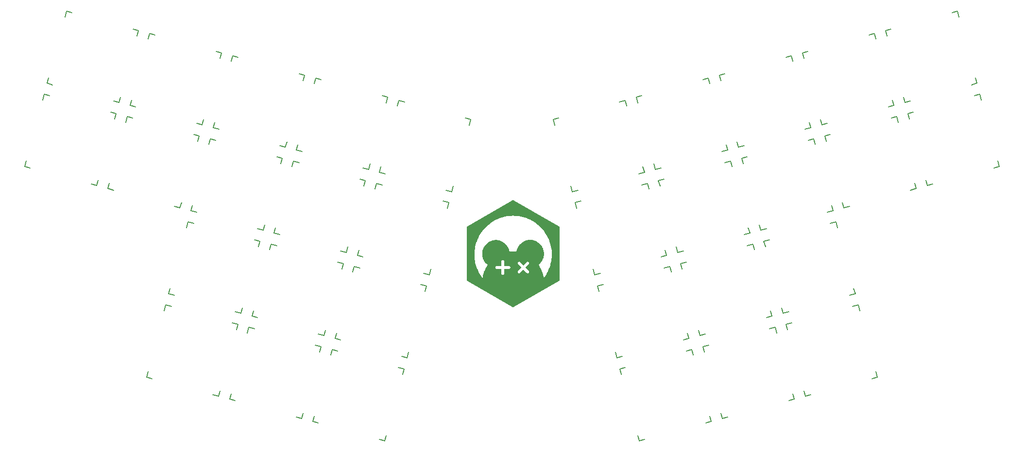
<source format=gbr>
%TF.GenerationSoftware,KiCad,Pcbnew,7.0.8*%
%TF.CreationDate,2024-02-21T20:33:01-06:00*%
%TF.ProjectId,rattlemebones32,72617474-6c65-46d6-9562-6f6e65733332,rev?*%
%TF.SameCoordinates,Original*%
%TF.FileFunction,Legend,Top*%
%TF.FilePolarity,Positive*%
%FSLAX46Y46*%
G04 Gerber Fmt 4.6, Leading zero omitted, Abs format (unit mm)*
G04 Created by KiCad (PCBNEW 7.0.8) date 2024-02-21 20:33:01*
%MOMM*%
%LPD*%
G01*
G04 APERTURE LIST*
%ADD10C,0.000000*%
%ADD11C,0.140000*%
G04 APERTURE END LIST*
D10*
G36*
X133602861Y-87321806D02*
G01*
X133602865Y-96678192D01*
X125499996Y-101356380D01*
X117397139Y-96678194D01*
X117397138Y-92145254D01*
X118758321Y-92145254D01*
X118764476Y-92435739D01*
X118782776Y-92723098D01*
X118812973Y-93007083D01*
X118854816Y-93287443D01*
X118908058Y-93563931D01*
X118972449Y-93836298D01*
X119047740Y-94104294D01*
X119133683Y-94367671D01*
X119230029Y-94626179D01*
X119336529Y-94879571D01*
X119452933Y-95127597D01*
X119578994Y-95370008D01*
X119714462Y-95606555D01*
X119859088Y-95836990D01*
X120012624Y-96061063D01*
X120174820Y-96278526D01*
X120197753Y-96119669D01*
X120225293Y-95962341D01*
X120257368Y-95806615D01*
X120293908Y-95652562D01*
X120334840Y-95500252D01*
X120380095Y-95349756D01*
X120429601Y-95201146D01*
X120483288Y-95054493D01*
X120541083Y-94909867D01*
X120602917Y-94767340D01*
X120668717Y-94626983D01*
X120738413Y-94488867D01*
X120767013Y-94436039D01*
X122406482Y-94436039D01*
X122406796Y-94448774D01*
X122407729Y-94461348D01*
X122409266Y-94473745D01*
X122411391Y-94485950D01*
X122414091Y-94497949D01*
X122417350Y-94509727D01*
X122421153Y-94521269D01*
X122425487Y-94532561D01*
X122430335Y-94543587D01*
X122435683Y-94554332D01*
X122441516Y-94564782D01*
X122447820Y-94574923D01*
X122454579Y-94584738D01*
X122461780Y-94594214D01*
X122469406Y-94603336D01*
X122477443Y-94612088D01*
X122485877Y-94620456D01*
X122494693Y-94628426D01*
X122503875Y-94635981D01*
X122513409Y-94643109D01*
X122523280Y-94649792D01*
X122533473Y-94656018D01*
X122543974Y-94661771D01*
X122554768Y-94667036D01*
X122565840Y-94671799D01*
X122577174Y-94676044D01*
X122588757Y-94679757D01*
X122600573Y-94682923D01*
X122612608Y-94685527D01*
X122624846Y-94687554D01*
X122637274Y-94688990D01*
X122649876Y-94689820D01*
X122649876Y-94690059D01*
X123456048Y-94690059D01*
X123456048Y-95496231D01*
X123456287Y-95496231D01*
X123457117Y-95508833D01*
X123458553Y-95521261D01*
X123460580Y-95533500D01*
X123463184Y-95545534D01*
X123466350Y-95557351D01*
X123470063Y-95568934D01*
X123474308Y-95580268D01*
X123479071Y-95591340D01*
X123484336Y-95602133D01*
X123490089Y-95612634D01*
X123496314Y-95622828D01*
X123502998Y-95632699D01*
X123510126Y-95642233D01*
X123517681Y-95651415D01*
X123525651Y-95660231D01*
X123534019Y-95668664D01*
X123542771Y-95676702D01*
X123551893Y-95684328D01*
X123561369Y-95691528D01*
X123571185Y-95698288D01*
X123581325Y-95704592D01*
X123591775Y-95710425D01*
X123602521Y-95715773D01*
X123613547Y-95720621D01*
X123624838Y-95724954D01*
X123636380Y-95728758D01*
X123648158Y-95732017D01*
X123660158Y-95734716D01*
X123672363Y-95736842D01*
X123684760Y-95738378D01*
X123697333Y-95739311D01*
X123710069Y-95739625D01*
X123722804Y-95739311D01*
X123735378Y-95738378D01*
X123747775Y-95736842D01*
X123759980Y-95734716D01*
X123771979Y-95732017D01*
X123783757Y-95728758D01*
X123795300Y-95724954D01*
X123806591Y-95720621D01*
X123817617Y-95715773D01*
X123828362Y-95710425D01*
X123838813Y-95704592D01*
X123848953Y-95698288D01*
X123858769Y-95691528D01*
X123868245Y-95684328D01*
X123877366Y-95676702D01*
X123886118Y-95668664D01*
X123894487Y-95660231D01*
X123902456Y-95651415D01*
X123910012Y-95642233D01*
X123917139Y-95632699D01*
X123923823Y-95622828D01*
X123930049Y-95612634D01*
X123935801Y-95602133D01*
X123941067Y-95591340D01*
X123945829Y-95580268D01*
X123950074Y-95568934D01*
X123953787Y-95557351D01*
X123956953Y-95545534D01*
X123959557Y-95533500D01*
X123961585Y-95521261D01*
X123963021Y-95508833D01*
X123963851Y-95496231D01*
X123964089Y-95496231D01*
X123964089Y-95183151D01*
X126293812Y-95183151D01*
X126294318Y-95195024D01*
X126295375Y-95206866D01*
X126296984Y-95218658D01*
X126299145Y-95230378D01*
X126301858Y-95242006D01*
X126305122Y-95253520D01*
X126308938Y-95264900D01*
X126313307Y-95276125D01*
X126318227Y-95287173D01*
X126323699Y-95298024D01*
X126329722Y-95308656D01*
X126336298Y-95319050D01*
X126343425Y-95329183D01*
X126351104Y-95339036D01*
X126359335Y-95348586D01*
X126368118Y-95357814D01*
X126377346Y-95366597D01*
X126386896Y-95374828D01*
X126396749Y-95382507D01*
X126406882Y-95389635D01*
X126417276Y-95396211D01*
X126427908Y-95402235D01*
X126438759Y-95407707D01*
X126449808Y-95412627D01*
X126461032Y-95416995D01*
X126472412Y-95420812D01*
X126483926Y-95424076D01*
X126495554Y-95426789D01*
X126507274Y-95428950D01*
X126519066Y-95430559D01*
X126530909Y-95431617D01*
X126542781Y-95432122D01*
X126554662Y-95432075D01*
X126566530Y-95431477D01*
X126578366Y-95430327D01*
X126590147Y-95428625D01*
X126601853Y-95426371D01*
X126613463Y-95423566D01*
X126624957Y-95420208D01*
X126636312Y-95416299D01*
X126647508Y-95411837D01*
X126658525Y-95406824D01*
X126669341Y-95401259D01*
X126679935Y-95395142D01*
X126690286Y-95388474D01*
X126700374Y-95381253D01*
X126710177Y-95373481D01*
X126719675Y-95365156D01*
X126719715Y-95365196D01*
X126719754Y-95365236D01*
X126719794Y-95365275D01*
X126719833Y-95365314D01*
X127289884Y-94795263D01*
X127852435Y-95357817D01*
X127859936Y-95365316D01*
X127859975Y-95365276D01*
X127860015Y-95365237D01*
X127860095Y-95365159D01*
X127869592Y-95373482D01*
X127879396Y-95381254D01*
X127889483Y-95388475D01*
X127899835Y-95395143D01*
X127910429Y-95401260D01*
X127921245Y-95406824D01*
X127932261Y-95411837D01*
X127943458Y-95416298D01*
X127954813Y-95420207D01*
X127966306Y-95423565D01*
X127977916Y-95426370D01*
X127989622Y-95428624D01*
X128001404Y-95430326D01*
X128013239Y-95431476D01*
X128025108Y-95432074D01*
X128036988Y-95432121D01*
X128048860Y-95431616D01*
X128060703Y-95430558D01*
X128072495Y-95428949D01*
X128084215Y-95426789D01*
X128095843Y-95424076D01*
X128107357Y-95420811D01*
X128118737Y-95416995D01*
X128129961Y-95412627D01*
X128141009Y-95407707D01*
X128151860Y-95402235D01*
X128162493Y-95396212D01*
X128172887Y-95389637D01*
X128183020Y-95382509D01*
X128192873Y-95374830D01*
X128202423Y-95366600D01*
X128211650Y-95357817D01*
X128220433Y-95348589D01*
X128228665Y-95339039D01*
X128236344Y-95329186D01*
X128243472Y-95319052D01*
X128250047Y-95308658D01*
X128256071Y-95298026D01*
X128261543Y-95287174D01*
X128266464Y-95276126D01*
X128270832Y-95264901D01*
X128274648Y-95253521D01*
X128277913Y-95242007D01*
X128280626Y-95230379D01*
X128282787Y-95218659D01*
X128284396Y-95206867D01*
X128285453Y-95195024D01*
X128285959Y-95183152D01*
X128285912Y-95171271D01*
X128285314Y-95159403D01*
X128284164Y-95147567D01*
X128282462Y-95135786D01*
X128280208Y-95124080D01*
X128277402Y-95112469D01*
X128274045Y-95100976D01*
X128270135Y-95089621D01*
X128265674Y-95078425D01*
X128260661Y-95067408D01*
X128255096Y-95056592D01*
X128248979Y-95045998D01*
X128242310Y-95035647D01*
X128235090Y-95025559D01*
X128227317Y-95015756D01*
X128218993Y-95006258D01*
X128219033Y-95006218D01*
X128219073Y-95006179D01*
X128219113Y-95006140D01*
X128219153Y-95006101D01*
X128211650Y-94998600D01*
X127649100Y-94436049D01*
X128211650Y-93873498D01*
X128219152Y-93865996D01*
X128219072Y-93865917D01*
X128219033Y-93865878D01*
X128218993Y-93865839D01*
X128227317Y-93856342D01*
X128235089Y-93846538D01*
X128242309Y-93836450D01*
X128248978Y-93826099D01*
X128255094Y-93815504D01*
X128260659Y-93804688D01*
X128265672Y-93793672D01*
X128270133Y-93782475D01*
X128274042Y-93771120D01*
X128277399Y-93759626D01*
X128280205Y-93748016D01*
X128282459Y-93736310D01*
X128284161Y-93724528D01*
X128285311Y-93712693D01*
X128285909Y-93700824D01*
X128285956Y-93688943D01*
X128285450Y-93677071D01*
X128284393Y-93665229D01*
X128282784Y-93653437D01*
X128280623Y-93641717D01*
X128277910Y-93630089D01*
X128274646Y-93618575D01*
X128270830Y-93607195D01*
X128266461Y-93595970D01*
X128261541Y-93584922D01*
X128256070Y-93574071D01*
X128250046Y-93563438D01*
X128243471Y-93553045D01*
X128236343Y-93542912D01*
X128228664Y-93533059D01*
X128220433Y-93523509D01*
X128211650Y-93514282D01*
X128202423Y-93505498D01*
X128192872Y-93497267D01*
X128183020Y-93489588D01*
X128172886Y-93482460D01*
X128162493Y-93475885D01*
X128151860Y-93469861D01*
X128141009Y-93464389D01*
X128129961Y-93459468D01*
X128118736Y-93455100D01*
X128107356Y-93451283D01*
X128095842Y-93448019D01*
X128084214Y-93445306D01*
X128072494Y-93443145D01*
X128060702Y-93441535D01*
X128048860Y-93440478D01*
X128036988Y-93439972D01*
X128025107Y-93440019D01*
X128013238Y-93440617D01*
X128001403Y-93441767D01*
X127989622Y-93443469D01*
X127977916Y-93445722D01*
X127966305Y-93448528D01*
X127954812Y-93451885D01*
X127943457Y-93455794D01*
X127932261Y-93460255D01*
X127921244Y-93465267D01*
X127910428Y-93470832D01*
X127899834Y-93476948D01*
X127889483Y-93483617D01*
X127879395Y-93490837D01*
X127869591Y-93498608D01*
X127860094Y-93506932D01*
X127860055Y-93506892D01*
X127860015Y-93506852D01*
X127859936Y-93506772D01*
X127852681Y-93514037D01*
X127852565Y-93514152D01*
X127852443Y-93514274D01*
X127289893Y-94076824D01*
X126727341Y-93514271D01*
X126719840Y-93506772D01*
X126719761Y-93506851D01*
X126719721Y-93506890D01*
X126719681Y-93506929D01*
X126710184Y-93498605D01*
X126700380Y-93490833D01*
X126690293Y-93483613D01*
X126679941Y-93476944D01*
X126669347Y-93470828D01*
X126658532Y-93465263D01*
X126647515Y-93460250D01*
X126636319Y-93455789D01*
X126624963Y-93451880D01*
X126613470Y-93448523D01*
X126601860Y-93445717D01*
X126590154Y-93443464D01*
X126578372Y-93441762D01*
X126566537Y-93440612D01*
X126554668Y-93440014D01*
X126542788Y-93439968D01*
X126530915Y-93440473D01*
X126519073Y-93441531D01*
X126507281Y-93443140D01*
X126495561Y-93445302D01*
X126483933Y-93448015D01*
X126472419Y-93451280D01*
X126461039Y-93455096D01*
X126449814Y-93459465D01*
X126438766Y-93464386D01*
X126427915Y-93469858D01*
X126417282Y-93475882D01*
X126406889Y-93482458D01*
X126396755Y-93489586D01*
X126386903Y-93497266D01*
X126377353Y-93505498D01*
X126368125Y-93514282D01*
X126359342Y-93523509D01*
X126351111Y-93533059D01*
X126343431Y-93542912D01*
X126336303Y-93553045D01*
X126329728Y-93563438D01*
X126323704Y-93574071D01*
X126318232Y-93584922D01*
X126313311Y-93595970D01*
X126308943Y-93607195D01*
X126305126Y-93618575D01*
X126301862Y-93630089D01*
X126299149Y-93641716D01*
X126296988Y-93653437D01*
X126295378Y-93665228D01*
X126294321Y-93677071D01*
X126293816Y-93688943D01*
X126293862Y-93700824D01*
X126294460Y-93712692D01*
X126295610Y-93724528D01*
X126297312Y-93736309D01*
X126299565Y-93748015D01*
X126302371Y-93759625D01*
X126305728Y-93771118D01*
X126309637Y-93782474D01*
X126314098Y-93793670D01*
X126319111Y-93804687D01*
X126324675Y-93815502D01*
X126330791Y-93826096D01*
X126337460Y-93836448D01*
X126344680Y-93846535D01*
X126352451Y-93856338D01*
X126360775Y-93865836D01*
X126360695Y-93865917D01*
X126360616Y-93865996D01*
X126368117Y-93873496D01*
X126930668Y-94436049D01*
X126360617Y-95006099D01*
X126360697Y-95006178D01*
X126360737Y-95006217D01*
X126360776Y-95006256D01*
X126352452Y-95015754D01*
X126344680Y-95025557D01*
X126337460Y-95035645D01*
X126330791Y-95045997D01*
X126324674Y-95056591D01*
X126319109Y-95067407D01*
X126314096Y-95078423D01*
X126309635Y-95089620D01*
X126305726Y-95100975D01*
X126302368Y-95112469D01*
X126299563Y-95124079D01*
X126297309Y-95135785D01*
X126295607Y-95147566D01*
X126294457Y-95159402D01*
X126293859Y-95171271D01*
X126293812Y-95183151D01*
X123964089Y-95183151D01*
X123964089Y-94690059D01*
X124770263Y-94690059D01*
X124770263Y-94689820D01*
X124782865Y-94688990D01*
X124795292Y-94687554D01*
X124807531Y-94685527D01*
X124819566Y-94682923D01*
X124831382Y-94679757D01*
X124842965Y-94676044D01*
X124854299Y-94671799D01*
X124865371Y-94667036D01*
X124876165Y-94661771D01*
X124886666Y-94656018D01*
X124896859Y-94649792D01*
X124906730Y-94643108D01*
X124916264Y-94635981D01*
X124925447Y-94628426D01*
X124934262Y-94620456D01*
X124942696Y-94612088D01*
X124950733Y-94603335D01*
X124958359Y-94594214D01*
X124965560Y-94584738D01*
X124972319Y-94574922D01*
X124978623Y-94564782D01*
X124984456Y-94554331D01*
X124989804Y-94543586D01*
X124994652Y-94532560D01*
X124998986Y-94521268D01*
X125002789Y-94509726D01*
X125006048Y-94497948D01*
X125008748Y-94485949D01*
X125010873Y-94473743D01*
X125012410Y-94461346D01*
X125013343Y-94448772D01*
X125013657Y-94436037D01*
X125013343Y-94423301D01*
X125012410Y-94410728D01*
X125010873Y-94398331D01*
X125008748Y-94386125D01*
X125006048Y-94374126D01*
X125002789Y-94362348D01*
X124998986Y-94350806D01*
X124994652Y-94339514D01*
X124989804Y-94328489D01*
X124984456Y-94317743D01*
X124978623Y-94307293D01*
X124972319Y-94297153D01*
X124965560Y-94287337D01*
X124958359Y-94277861D01*
X124950733Y-94268740D01*
X124942696Y-94259988D01*
X124934262Y-94251620D01*
X124925447Y-94243650D01*
X124916264Y-94236095D01*
X124906730Y-94228968D01*
X124896859Y-94222284D01*
X124886666Y-94216058D01*
X124876165Y-94210305D01*
X124865371Y-94205040D01*
X124854299Y-94200278D01*
X124842965Y-94196033D01*
X124831382Y-94192320D01*
X124819566Y-94189154D01*
X124807531Y-94186550D01*
X124795292Y-94184522D01*
X124782865Y-94183086D01*
X124770263Y-94182256D01*
X124770263Y-94182017D01*
X124759976Y-94182019D01*
X123964092Y-94182019D01*
X123964092Y-93375845D01*
X123963853Y-93375845D01*
X123963023Y-93363243D01*
X123961587Y-93350815D01*
X123959560Y-93338576D01*
X123956956Y-93326541D01*
X123953790Y-93314725D01*
X123950077Y-93303142D01*
X123945832Y-93291808D01*
X123941069Y-93280736D01*
X123935804Y-93269942D01*
X123930051Y-93259441D01*
X123923825Y-93249248D01*
X123917141Y-93239377D01*
X123910014Y-93229843D01*
X123902458Y-93220661D01*
X123894489Y-93211845D01*
X123886121Y-93203411D01*
X123877368Y-93195374D01*
X123868247Y-93187748D01*
X123858771Y-93180547D01*
X123848955Y-93173788D01*
X123838814Y-93167484D01*
X123828364Y-93161651D01*
X123817618Y-93156303D01*
X123806592Y-93151455D01*
X123795301Y-93147122D01*
X123783759Y-93143318D01*
X123771981Y-93140059D01*
X123759981Y-93137360D01*
X123747776Y-93135234D01*
X123735379Y-93133698D01*
X123722805Y-93132765D01*
X123710070Y-93132451D01*
X123697334Y-93132765D01*
X123684761Y-93133698D01*
X123672364Y-93135234D01*
X123660158Y-93137360D01*
X123648159Y-93140059D01*
X123636381Y-93143318D01*
X123624839Y-93147122D01*
X123613548Y-93151455D01*
X123602522Y-93156303D01*
X123591776Y-93161651D01*
X123581326Y-93167484D01*
X123571186Y-93173788D01*
X123561370Y-93180547D01*
X123551894Y-93187748D01*
X123542773Y-93195374D01*
X123534020Y-93203411D01*
X123525652Y-93211845D01*
X123517683Y-93220661D01*
X123510127Y-93229843D01*
X123503000Y-93239377D01*
X123496316Y-93249248D01*
X123490090Y-93259441D01*
X123484337Y-93269942D01*
X123479072Y-93280736D01*
X123474309Y-93291808D01*
X123470064Y-93303142D01*
X123466351Y-93314725D01*
X123463185Y-93326541D01*
X123460581Y-93338576D01*
X123458553Y-93350815D01*
X123457117Y-93363243D01*
X123456287Y-93375845D01*
X123456048Y-93375845D01*
X123456048Y-94182019D01*
X122649876Y-94182019D01*
X122649876Y-94182256D01*
X122637274Y-94183086D01*
X122624846Y-94184522D01*
X122612608Y-94186549D01*
X122600573Y-94189153D01*
X122588756Y-94192319D01*
X122577174Y-94196032D01*
X122565839Y-94200277D01*
X122554768Y-94205040D01*
X122543974Y-94210305D01*
X122533473Y-94216058D01*
X122523279Y-94222283D01*
X122513408Y-94228967D01*
X122503874Y-94236095D01*
X122494692Y-94243650D01*
X122485877Y-94251620D01*
X122477443Y-94259988D01*
X122469406Y-94268740D01*
X122461779Y-94277862D01*
X122454579Y-94287338D01*
X122447820Y-94297154D01*
X122441516Y-94307294D01*
X122435683Y-94317745D01*
X122430334Y-94328490D01*
X122425486Y-94339516D01*
X122421153Y-94350808D01*
X122417350Y-94362350D01*
X122414091Y-94374128D01*
X122411391Y-94386127D01*
X122409266Y-94398333D01*
X122407729Y-94410730D01*
X122406796Y-94423304D01*
X122406482Y-94436039D01*
X120767013Y-94436039D01*
X120811935Y-94353062D01*
X120889210Y-94219641D01*
X120970168Y-94088673D01*
X121054738Y-93960230D01*
X120947831Y-93874852D01*
X120846003Y-93783654D01*
X120749502Y-93686889D01*
X120658582Y-93584807D01*
X120573493Y-93477660D01*
X120494485Y-93365698D01*
X120421811Y-93249173D01*
X120355721Y-93128335D01*
X120296466Y-93003436D01*
X120244297Y-92874726D01*
X120199465Y-92742457D01*
X120162221Y-92606880D01*
X120132817Y-92468246D01*
X120111504Y-92326806D01*
X120098531Y-92182811D01*
X120094151Y-92036511D01*
X120094150Y-92036511D01*
X120094150Y-92036512D01*
X120094149Y-92036512D01*
X120097283Y-91912705D01*
X120106584Y-91790517D01*
X120121900Y-91670098D01*
X120143080Y-91551601D01*
X120169972Y-91435178D01*
X120202424Y-91320979D01*
X120240286Y-91209157D01*
X120283404Y-91099863D01*
X120331628Y-90993249D01*
X120384807Y-90889466D01*
X120442787Y-90788666D01*
X120505418Y-90691000D01*
X120572549Y-90596621D01*
X120644027Y-90505680D01*
X120719700Y-90418328D01*
X120799419Y-90334717D01*
X120883029Y-90254999D01*
X120970381Y-90179325D01*
X121061323Y-90107847D01*
X121155702Y-90040716D01*
X121253367Y-89978085D01*
X121354167Y-89920105D01*
X121457950Y-89866926D01*
X121564564Y-89818702D01*
X121673858Y-89775584D01*
X121785680Y-89737722D01*
X121899879Y-89705270D01*
X122016303Y-89678378D01*
X122134799Y-89657198D01*
X122255218Y-89641882D01*
X122377406Y-89632581D01*
X122501213Y-89629447D01*
X122612454Y-89631976D01*
X122722402Y-89639489D01*
X122830948Y-89651878D01*
X122937982Y-89669031D01*
X123043394Y-89690840D01*
X123147075Y-89717194D01*
X123248914Y-89747985D01*
X123348803Y-89783101D01*
X123446631Y-89822433D01*
X123542288Y-89865872D01*
X123635665Y-89913308D01*
X123726652Y-89964631D01*
X123815139Y-90019731D01*
X123901017Y-90078499D01*
X123984175Y-90140824D01*
X124064505Y-90206597D01*
X124141895Y-90275708D01*
X124216237Y-90348048D01*
X124287420Y-90423506D01*
X124355336Y-90501973D01*
X124419873Y-90583340D01*
X124480923Y-90667495D01*
X124538375Y-90754331D01*
X124592120Y-90843736D01*
X124642048Y-90935601D01*
X124688049Y-91029816D01*
X124730014Y-91126272D01*
X124767832Y-91224859D01*
X124801395Y-91325466D01*
X124830592Y-91427985D01*
X124855313Y-91532305D01*
X124875449Y-91638317D01*
X124952450Y-91629947D01*
X125029772Y-91622667D01*
X125107406Y-91616486D01*
X125185346Y-91611411D01*
X125263584Y-91607450D01*
X125342110Y-91604611D01*
X125420918Y-91602902D01*
X125500000Y-91602331D01*
X125500001Y-91602331D01*
X125573745Y-91602828D01*
X125647253Y-91604314D01*
X125720516Y-91606784D01*
X125793529Y-91610230D01*
X125866285Y-91614647D01*
X125938779Y-91620027D01*
X126011003Y-91626366D01*
X126082951Y-91633656D01*
X126101898Y-91526179D01*
X126125548Y-91420393D01*
X126153788Y-91316412D01*
X126186506Y-91214347D01*
X126223588Y-91114311D01*
X126264922Y-91016419D01*
X126310395Y-90920781D01*
X126359894Y-90827512D01*
X126413307Y-90736724D01*
X126470519Y-90648529D01*
X126531420Y-90563042D01*
X126595895Y-90480374D01*
X126663831Y-90400639D01*
X126735117Y-90323949D01*
X126809639Y-90250417D01*
X126887284Y-90180156D01*
X126967939Y-90113279D01*
X127051492Y-90049899D01*
X127137830Y-89990128D01*
X127226839Y-89934080D01*
X127318408Y-89881867D01*
X127412422Y-89833602D01*
X127508770Y-89789399D01*
X127607339Y-89749369D01*
X127708014Y-89713626D01*
X127810685Y-89682283D01*
X127915237Y-89655452D01*
X128021559Y-89633246D01*
X128129536Y-89615778D01*
X128239057Y-89603162D01*
X128350008Y-89595509D01*
X128462277Y-89592933D01*
X128586084Y-89596067D01*
X128708273Y-89605368D01*
X128828691Y-89620684D01*
X128947188Y-89641864D01*
X129063612Y-89668756D01*
X129177810Y-89701209D01*
X129289632Y-89739070D01*
X129398926Y-89782189D01*
X129505541Y-89830413D01*
X129609324Y-89883591D01*
X129710124Y-89941571D01*
X129807789Y-90004203D01*
X129902168Y-90071333D01*
X129993109Y-90142811D01*
X130080461Y-90218485D01*
X130164072Y-90298203D01*
X130243790Y-90381814D01*
X130319464Y-90469166D01*
X130390942Y-90560107D01*
X130458072Y-90654486D01*
X130520703Y-90752152D01*
X130578684Y-90852952D01*
X130631862Y-90956735D01*
X130680086Y-91063349D01*
X130723205Y-91172643D01*
X130761066Y-91284465D01*
X130793519Y-91398664D01*
X130820411Y-91515087D01*
X130841590Y-91633584D01*
X130856907Y-91754003D01*
X130866208Y-91876191D01*
X130869342Y-91999998D01*
X130864999Y-92145670D01*
X130852137Y-92289060D01*
X130831004Y-92429918D01*
X130801847Y-92567997D01*
X130764913Y-92703050D01*
X130720452Y-92834829D01*
X130668709Y-92963086D01*
X130609935Y-93087572D01*
X130544375Y-93208041D01*
X130472279Y-93324245D01*
X130393893Y-93435935D01*
X130309466Y-93542863D01*
X130219245Y-93644783D01*
X130123479Y-93741446D01*
X130022414Y-93832605D01*
X129916299Y-93918011D01*
X130003805Y-94048281D01*
X130087569Y-94181205D01*
X130167518Y-94316708D01*
X130243574Y-94454714D01*
X130315664Y-94595148D01*
X130383710Y-94737933D01*
X130447638Y-94882996D01*
X130507371Y-95030259D01*
X130562835Y-95179647D01*
X130613954Y-95331086D01*
X130660652Y-95484498D01*
X130702853Y-95639809D01*
X130740483Y-95796943D01*
X130773465Y-95955825D01*
X130801723Y-96116379D01*
X130825183Y-96278529D01*
X130987380Y-96061066D01*
X131140916Y-95836992D01*
X131285542Y-95606558D01*
X131421010Y-95370010D01*
X131547071Y-95127599D01*
X131663475Y-94879574D01*
X131769975Y-94626182D01*
X131866321Y-94367673D01*
X131952264Y-94104296D01*
X132027555Y-93836300D01*
X132091946Y-93563933D01*
X132145188Y-93287445D01*
X132187031Y-93007084D01*
X132217227Y-92723099D01*
X132235527Y-92435740D01*
X132241683Y-92145254D01*
X132232905Y-91798497D01*
X132206855Y-91456273D01*
X132163958Y-91119006D01*
X132104637Y-90787121D01*
X132029318Y-90461043D01*
X131938426Y-90141197D01*
X131832384Y-89828007D01*
X131711618Y-89521897D01*
X131576552Y-89223293D01*
X131427612Y-88932619D01*
X131265220Y-88650300D01*
X131089803Y-88376759D01*
X130901785Y-88112423D01*
X130701590Y-87857716D01*
X130489644Y-87613062D01*
X130266370Y-87378885D01*
X130032194Y-87155611D01*
X129787540Y-86943665D01*
X129532832Y-86743470D01*
X129268496Y-86555452D01*
X128994956Y-86380035D01*
X128712637Y-86217644D01*
X128421963Y-86068703D01*
X128123358Y-85933637D01*
X127817249Y-85812871D01*
X127504059Y-85706830D01*
X127184212Y-85615937D01*
X126858135Y-85540618D01*
X126526250Y-85481298D01*
X126188983Y-85438400D01*
X125846759Y-85412350D01*
X125500002Y-85403572D01*
X125153245Y-85412350D01*
X124811021Y-85438400D01*
X124473754Y-85481298D01*
X124141869Y-85540618D01*
X123815792Y-85615937D01*
X123495945Y-85706830D01*
X123182755Y-85812871D01*
X122876645Y-85933637D01*
X122578041Y-86068703D01*
X122287367Y-86217644D01*
X122005048Y-86380035D01*
X121731508Y-86555452D01*
X121467172Y-86743470D01*
X121212464Y-86943665D01*
X120967810Y-87155611D01*
X120733633Y-87378885D01*
X120510360Y-87613062D01*
X120298413Y-87857716D01*
X120098218Y-88112423D01*
X119910200Y-88376759D01*
X119734783Y-88650300D01*
X119572392Y-88932619D01*
X119423451Y-89223293D01*
X119288385Y-89521897D01*
X119167619Y-89828007D01*
X119061578Y-90141197D01*
X118970685Y-90461043D01*
X118895366Y-90787121D01*
X118836046Y-91119006D01*
X118793148Y-91456273D01*
X118767098Y-91798497D01*
X118758321Y-92145254D01*
X117397138Y-92145254D01*
X117397136Y-87321810D01*
X125500004Y-82643621D01*
X133602861Y-87321806D01*
G37*
D11*
%TO.C,SW2*%
X206073819Y-61327349D02*
X206332638Y-62293275D01*
X202967990Y-49736239D02*
X203226809Y-50702165D01*
X202967990Y-49736239D02*
X202002064Y-49995058D01*
X205366712Y-62552094D02*
X206332638Y-62293275D01*
X191376880Y-52842068D02*
X190410954Y-53100887D01*
X193775602Y-65657923D02*
X194741528Y-65399104D01*
X193775602Y-65657923D02*
X193516783Y-64691997D01*
X190669773Y-54066813D02*
X190410954Y-53100887D01*
%TO.C,SW23*%
X83072349Y-91326796D02*
X83331168Y-90360870D01*
X79966520Y-102917906D02*
X80225339Y-101951980D01*
X79966520Y-102917906D02*
X80932446Y-103176725D01*
X84297094Y-90619689D02*
X83331168Y-90360870D01*
X91557630Y-106023735D02*
X92523556Y-106282554D01*
X95888204Y-93725518D02*
X94922278Y-93466699D01*
X95888204Y-93725518D02*
X95629385Y-94691444D01*
X92782375Y-105316628D02*
X92523556Y-106282554D01*
%TO.C,SW24*%
X154967683Y-94691445D02*
X154708864Y-93725519D01*
X158073512Y-106282555D02*
X157814693Y-105316629D01*
X158073512Y-106282555D02*
X159039438Y-106023736D01*
X155674790Y-93466700D02*
X154708864Y-93725519D01*
X169664622Y-103176726D02*
X170630548Y-102917907D01*
X167265900Y-90360871D02*
X166299974Y-90619690D01*
X167265900Y-90360871D02*
X167524719Y-91326797D01*
X170371729Y-101951981D02*
X170630548Y-102917907D01*
%TO.C,SW17*%
X86954633Y-76837909D02*
X87213452Y-75871983D01*
X83848804Y-88429019D02*
X84107623Y-87463093D01*
X83848804Y-88429019D02*
X84814730Y-88687838D01*
X88179378Y-76130802D02*
X87213452Y-75871983D01*
X95439914Y-91534848D02*
X96405840Y-91793667D01*
X99770488Y-79236631D02*
X98804562Y-78977812D01*
X99770488Y-79236631D02*
X99511669Y-80202557D01*
X96664659Y-90827741D02*
X96405840Y-91793667D01*
%TO.C,SW14*%
X195467217Y-79698521D02*
X195726036Y-80664447D01*
X192361388Y-68107411D02*
X192620207Y-69073337D01*
X192361388Y-68107411D02*
X191395462Y-68366230D01*
X194760110Y-80923266D02*
X195726036Y-80664447D01*
X180770278Y-71213240D02*
X179804352Y-71472059D01*
X183169000Y-84029095D02*
X184134926Y-83770276D01*
X183169000Y-84029095D02*
X182910181Y-83063169D01*
X180063171Y-72437985D02*
X179804352Y-71472059D01*
%TO.C,SW18*%
X151085397Y-80202557D02*
X150826578Y-79236631D01*
X154191226Y-91793667D02*
X153932407Y-90827741D01*
X154191226Y-91793667D02*
X155157152Y-91534848D01*
X151792504Y-78977812D02*
X150826578Y-79236631D01*
X165782336Y-88687838D02*
X166748262Y-88429019D01*
X163383614Y-75871983D02*
X162417688Y-76130802D01*
X163383614Y-75871983D02*
X163642433Y-76837909D01*
X166489443Y-87463093D02*
X166748262Y-88429019D01*
%TO.C,SW30*%
X158849971Y-109180328D02*
X158591152Y-108214402D01*
X161955800Y-120771438D02*
X161696981Y-119805512D01*
X161955800Y-120771438D02*
X162921726Y-120512619D01*
X159557078Y-107955583D02*
X158591152Y-108214402D01*
X173546910Y-117665609D02*
X174512836Y-117406790D01*
X171148188Y-104849754D02*
X170182262Y-105108573D01*
X171148188Y-104849754D02*
X171407007Y-105815680D01*
X174254017Y-116440864D02*
X174512836Y-117406790D01*
%TO.C,SW31*%
X93678950Y-109697967D02*
X93937769Y-108732041D01*
X90573121Y-121289077D02*
X90831940Y-120323151D01*
X90573121Y-121289077D02*
X91539047Y-121547896D01*
X94903695Y-108990860D02*
X93937769Y-108732041D01*
X102164231Y-124394906D02*
X103130157Y-124653725D01*
X106494805Y-112096689D02*
X105528879Y-111837870D01*
X106494805Y-112096689D02*
X106235986Y-113062615D01*
X103388976Y-123687799D02*
X103130157Y-124653725D01*
%TO.C,SW4*%
X191584936Y-65209634D02*
X191843755Y-66175560D01*
X188479107Y-53618524D02*
X188737926Y-54584450D01*
X188479107Y-53618524D02*
X187513181Y-53877343D01*
X190877829Y-66434379D02*
X191843755Y-66175560D01*
X176887997Y-56724353D02*
X175922071Y-56983172D01*
X179286719Y-69540208D02*
X180252645Y-69281389D01*
X179286719Y-69540208D02*
X179027900Y-68574282D01*
X176180890Y-57949098D02*
X175922071Y-56983172D01*
%TO.C,SW9*%
X43487971Y-65191052D02*
X43746790Y-64225126D01*
X40382142Y-76782162D02*
X40640961Y-75816236D01*
X40382142Y-76782162D02*
X41348068Y-77040981D01*
X44712716Y-64483945D02*
X43746790Y-64225126D01*
X51973252Y-79887991D02*
X52939178Y-80146810D01*
X56303826Y-67589774D02*
X55337900Y-67330955D01*
X56303826Y-67589774D02*
X56045007Y-68555700D01*
X53197997Y-79180884D02*
X52939178Y-80146810D01*
%TO.C,SW8*%
X147203114Y-65713666D02*
X146944295Y-64747740D01*
X150308943Y-77304776D02*
X150050124Y-76338850D01*
X150308943Y-77304776D02*
X151274869Y-77045957D01*
X147910221Y-64488921D02*
X146944295Y-64747740D01*
X161900053Y-74198947D02*
X162865979Y-73940128D01*
X159501331Y-61383092D02*
X158535405Y-61641911D01*
X159501331Y-61383092D02*
X159760150Y-62349018D01*
X162607160Y-72974202D02*
X162865979Y-73940128D01*
%TO.C,SW3*%
X61859141Y-54584450D02*
X62117960Y-53618524D01*
X58753312Y-66175560D02*
X59012131Y-65209634D01*
X58753312Y-66175560D02*
X59719238Y-66434379D01*
X63083886Y-53877343D02*
X62117960Y-53618524D01*
X70344422Y-69281389D02*
X71310348Y-69540208D01*
X74674996Y-56983172D02*
X73709070Y-56724353D01*
X74674996Y-56983172D02*
X74416177Y-57949098D01*
X71569167Y-68574282D02*
X71310348Y-69540208D01*
%TO.C,SW20*%
X136596508Y-84084842D02*
X136337689Y-83118916D01*
X139702337Y-95675952D02*
X139443518Y-94710026D01*
X139702337Y-95675952D02*
X140668263Y-95417133D01*
X137303615Y-82860097D02*
X136337689Y-83118916D01*
X151293447Y-92570123D02*
X152259373Y-92311304D01*
X148894725Y-79754268D02*
X147928799Y-80013087D01*
X148894725Y-79754268D02*
X149153544Y-80720194D01*
X152000554Y-91345378D02*
X152259373Y-92311304D01*
%TO.C,SW10*%
X194552059Y-68555696D02*
X194293240Y-67589770D01*
X197657888Y-80146806D02*
X197399069Y-79180880D01*
X197657888Y-80146806D02*
X198623814Y-79887987D01*
X195259166Y-67330951D02*
X194293240Y-67589770D01*
X209248998Y-77040977D02*
X210214924Y-76782158D01*
X206850276Y-64225122D02*
X205884350Y-64483941D01*
X206850276Y-64225122D02*
X207109095Y-65191048D01*
X209956105Y-75816232D02*
X210214924Y-76782158D01*
%TO.C,SW13*%
X57976855Y-69073333D02*
X58235674Y-68107407D01*
X54871026Y-80664443D02*
X55129845Y-79698517D01*
X54871026Y-80664443D02*
X55836952Y-80923262D01*
X59201600Y-68366226D02*
X58235674Y-68107407D01*
X66462136Y-83770272D02*
X67428062Y-84029091D01*
X70792710Y-71472055D02*
X69826784Y-71213236D01*
X70792710Y-71472055D02*
X70533891Y-72437981D01*
X67686881Y-83063165D02*
X67428062Y-84029091D01*
%TO.C,SW1*%
X47370255Y-50702164D02*
X47629074Y-49736238D01*
X44264426Y-62293274D02*
X44523245Y-61327348D01*
X44264426Y-62293274D02*
X45230352Y-62552093D01*
X48595000Y-49995057D02*
X47629074Y-49736238D01*
X55855536Y-65399103D02*
X56821462Y-65657922D01*
X60186110Y-53100886D02*
X59220184Y-52842067D01*
X60186110Y-53100886D02*
X59927291Y-54066812D01*
X57080281Y-64691996D02*
X56821462Y-65657922D01*
%TO.C,SW32*%
X144361082Y-113062618D02*
X144102263Y-112096692D01*
X147466911Y-124653728D02*
X147208092Y-123687802D01*
X147466911Y-124653728D02*
X148432837Y-124394909D01*
X145068189Y-111837873D02*
X144102263Y-112096692D01*
X159058021Y-121547899D02*
X160023947Y-121289080D01*
X156659299Y-108732044D02*
X155693373Y-108990863D01*
X156659299Y-108732044D02*
X156918118Y-109697970D01*
X159765128Y-120323154D02*
X160023947Y-121289080D01*
%TO.C,SW21*%
X68583457Y-87444510D02*
X68842276Y-86478584D01*
X65477628Y-99035620D02*
X65736447Y-98069694D01*
X65477628Y-99035620D02*
X66443554Y-99294439D01*
X69808202Y-86737403D02*
X68842276Y-86478584D01*
X77068738Y-102141449D02*
X78034664Y-102400268D01*
X81399312Y-89843232D02*
X80433386Y-89584413D01*
X81399312Y-89843232D02*
X81140493Y-90809158D01*
X78293483Y-101434342D02*
X78034664Y-102400268D01*
%TO.C,SW22*%
X169456573Y-90809158D02*
X169197754Y-89843232D01*
X172562402Y-102400268D02*
X172303583Y-101434342D01*
X172562402Y-102400268D02*
X173528328Y-102141449D01*
X170163680Y-89584413D02*
X169197754Y-89843232D01*
X184153512Y-99294439D02*
X185119438Y-99035620D01*
X181754790Y-86478584D02*
X180788864Y-86737403D01*
X181754790Y-86478584D02*
X182013609Y-87444510D01*
X184860619Y-98069694D02*
X185119438Y-99035620D01*
%TO.C,SW16*%
X165574285Y-76320271D02*
X165315466Y-75354345D01*
X168680114Y-87911381D02*
X168421295Y-86945455D01*
X168680114Y-87911381D02*
X169646040Y-87652562D01*
X166281392Y-75095526D02*
X165315466Y-75354345D01*
X180271224Y-84805552D02*
X181237150Y-84546733D01*
X177872502Y-71989697D02*
X176906576Y-72248516D01*
X177872502Y-71989697D02*
X178131321Y-72955623D01*
X180978331Y-83580807D02*
X181237150Y-84546733D01*
%TO.C,SW12*%
X132714225Y-69595956D02*
X132455406Y-68630030D01*
X135820054Y-81187066D02*
X135561235Y-80221140D01*
X135820054Y-81187066D02*
X136785980Y-80928247D01*
X133421332Y-68371211D02*
X132455406Y-68630030D01*
X147411164Y-78081237D02*
X148377090Y-77822418D01*
X145012442Y-65265382D02*
X144046516Y-65524201D01*
X145012442Y-65265382D02*
X145271261Y-66231308D01*
X148118271Y-76856492D02*
X148377090Y-77822418D01*
%TO.C,SW27*%
X64701175Y-101933397D02*
X64959994Y-100967471D01*
X61595346Y-113524507D02*
X61854165Y-112558581D01*
X61595346Y-113524507D02*
X62561272Y-113783326D01*
X65925920Y-101226290D02*
X64959994Y-100967471D01*
X73186456Y-116630336D02*
X74152382Y-116889155D01*
X77517030Y-104332119D02*
X76551104Y-104073300D01*
X77517030Y-104332119D02*
X77258211Y-105298045D01*
X74411201Y-115923229D02*
X74152382Y-116889155D01*
%TO.C,SW7*%
X90836918Y-62349020D02*
X91095737Y-61383094D01*
X87731089Y-73940130D02*
X87989908Y-72974204D01*
X87731089Y-73940130D02*
X88697015Y-74198949D01*
X92061663Y-61641913D02*
X91095737Y-61383094D01*
X99322199Y-77045959D02*
X100288125Y-77304778D01*
X103652773Y-64747742D02*
X102686847Y-64488923D01*
X103652773Y-64747742D02*
X103393954Y-65713668D01*
X100546944Y-76338852D02*
X100288125Y-77304778D01*
%TO.C,SW11*%
X105325806Y-66231306D02*
X105584625Y-65265380D01*
X102219977Y-77822416D02*
X102478796Y-76856490D01*
X102219977Y-77822416D02*
X103185903Y-78081235D01*
X106550551Y-65524199D02*
X105584625Y-65265380D01*
X113811087Y-80928245D02*
X114777013Y-81187064D01*
X118141661Y-68630028D02*
X117175735Y-68371209D01*
X118141661Y-68630028D02*
X117882842Y-69595954D01*
X115035832Y-80221138D02*
X114777013Y-81187064D01*
%TO.C,SW19*%
X101443520Y-80720194D02*
X101702339Y-79754268D01*
X98337691Y-92311304D02*
X98596510Y-91345378D01*
X98337691Y-92311304D02*
X99303617Y-92570123D01*
X102668265Y-80013087D02*
X101702339Y-79754268D01*
X109928801Y-95417133D02*
X110894727Y-95675952D01*
X114259375Y-83118916D02*
X113293449Y-82860097D01*
X114259375Y-83118916D02*
X114000556Y-84084842D01*
X111153546Y-94710026D02*
X110894727Y-95675952D01*
%TO.C,SW6*%
X161691999Y-61831382D02*
X161433180Y-60865456D01*
X164797828Y-73422492D02*
X164539009Y-72456566D01*
X164797828Y-73422492D02*
X165763754Y-73163673D01*
X162399106Y-60606637D02*
X161433180Y-60865456D01*
X176388938Y-70316663D02*
X177354864Y-70057844D01*
X173990216Y-57500808D02*
X173024290Y-57759627D01*
X173990216Y-57500808D02*
X174249035Y-58466734D01*
X177096045Y-69091918D02*
X177354864Y-70057844D01*
%TO.C,SW25*%
X97561232Y-95209081D02*
X97820051Y-94243155D01*
X94455403Y-106800191D02*
X94714222Y-105834265D01*
X94455403Y-106800191D02*
X95421329Y-107059010D01*
X98785977Y-94501974D02*
X97820051Y-94243155D01*
X106046513Y-109906020D02*
X107012439Y-110164839D01*
X110377087Y-97607803D02*
X109411161Y-97348984D01*
X110377087Y-97607803D02*
X110118268Y-98573729D01*
X107271258Y-109198913D02*
X107012439Y-110164839D01*
%TO.C,SW26*%
X140478797Y-98573729D02*
X140219978Y-97607803D01*
X143584626Y-110164839D02*
X143325807Y-109198913D01*
X143584626Y-110164839D02*
X144550552Y-109906020D01*
X141185904Y-97348984D02*
X140219978Y-97607803D01*
X155175736Y-107059010D02*
X156141662Y-106800191D01*
X152777014Y-94243155D02*
X151811088Y-94501974D01*
X152777014Y-94243155D02*
X153035833Y-95209081D01*
X155882843Y-105834265D02*
X156141662Y-106800191D01*
%TO.C,SW28*%
X173338858Y-105298045D02*
X173080039Y-104332119D01*
X176444687Y-116889155D02*
X176185868Y-115923229D01*
X176444687Y-116889155D02*
X177410613Y-116630336D01*
X174045965Y-104073300D02*
X173080039Y-104332119D01*
X188035797Y-113783326D02*
X189001723Y-113524507D01*
X185637075Y-100967471D02*
X184671149Y-101226290D01*
X185637075Y-100967471D02*
X185895894Y-101933397D01*
X188742904Y-112558581D02*
X189001723Y-113524507D01*
%TO.C,SW29*%
X79190061Y-105815681D02*
X79448880Y-104849755D01*
X76084232Y-117406791D02*
X76343051Y-116440865D01*
X76084232Y-117406791D02*
X77050158Y-117665610D01*
X80414806Y-105108574D02*
X79448880Y-104849755D01*
X87675342Y-120512620D02*
X88641268Y-120771439D01*
X92005916Y-108214403D02*
X91039990Y-107955584D01*
X92005916Y-108214403D02*
X91747097Y-109180329D01*
X88900087Y-119805513D02*
X88641268Y-120771439D01*
%TO.C,SW15*%
X72465745Y-72955622D02*
X72724564Y-71989696D01*
X69359916Y-84546732D02*
X69618735Y-83580806D01*
X69359916Y-84546732D02*
X70325842Y-84805551D01*
X73690490Y-72248515D02*
X72724564Y-71989696D01*
X80951026Y-87652561D02*
X81916952Y-87911380D01*
X85281600Y-75354344D02*
X84315674Y-75095525D01*
X85281600Y-75354344D02*
X85022781Y-76320270D01*
X82175771Y-86945454D02*
X81916952Y-87911380D01*
%TO.C,SW5*%
X76348032Y-58466735D02*
X76606851Y-57500809D01*
X73242203Y-70057845D02*
X73501022Y-69091919D01*
X73242203Y-70057845D02*
X74208129Y-70316664D01*
X77572777Y-57759628D02*
X76606851Y-57500809D01*
X84833313Y-73163674D02*
X85799239Y-73422493D01*
X89163887Y-60865457D02*
X88197961Y-60606638D01*
X89163887Y-60865457D02*
X88905068Y-61831383D01*
X86058058Y-72456567D02*
X85799239Y-73422493D01*
%TD*%
M02*

</source>
